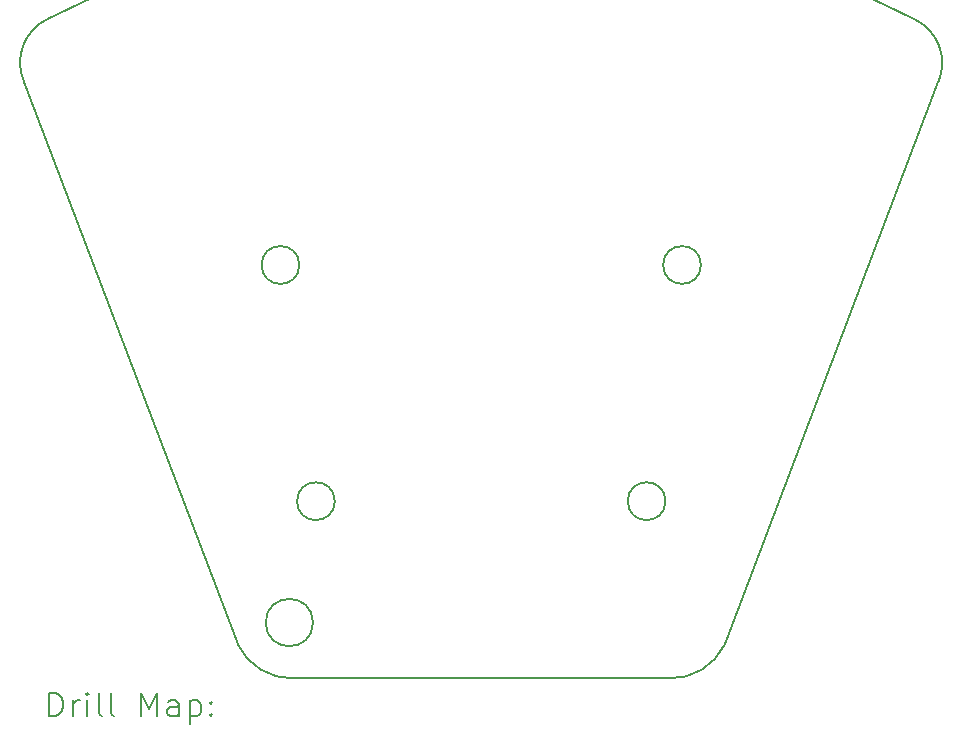
<source format=gbr>
%TF.GenerationSoftware,KiCad,Pcbnew,6.0.11-2627ca5db0~126~ubuntu20.04.1*%
%TF.CreationDate,2025-11-03T09:49:47+01:00*%
%TF.ProjectId,attiny85_catch_me_bcl-2,61747469-6e79-4383-955f-63617463685f,1.0*%
%TF.SameCoordinates,Original*%
%TF.FileFunction,Drillmap*%
%TF.FilePolarity,Positive*%
%FSLAX45Y45*%
G04 Gerber Fmt 4.5, Leading zero omitted, Abs format (unit mm)*
G04 Created by KiCad (PCBNEW 6.0.11-2627ca5db0~126~ubuntu20.04.1) date 2025-11-03 09:49:47*
%MOMM*%
%LPD*%
G01*
G04 APERTURE LIST*
%ADD10C,0.200000*%
G04 APERTURE END LIST*
D10*
X8960000Y-9400000D02*
G75*
G03*
X8960000Y-9400000I-160000J0D01*
G01*
X8912400Y-12900000D02*
X12087600Y-12900000D01*
X12360000Y-9400000D02*
G75*
G03*
X12360000Y-9400000I-160000J0D01*
G01*
X6629400Y-7851681D02*
X8437715Y-12611643D01*
X9075000Y-12427500D02*
G75*
G03*
X9075000Y-12427500I-200000J0D01*
G01*
X6832600Y-7315200D02*
G75*
G03*
X6629400Y-7851681I171031J-371503D01*
G01*
X8437716Y-12611643D02*
G75*
G03*
X8912400Y-12900000I459884J222163D01*
G01*
X9260000Y-11400000D02*
G75*
G03*
X9260000Y-11400000I-160000J0D01*
G01*
X12060000Y-11400000D02*
G75*
G03*
X12060000Y-11400000I-160000J0D01*
G01*
X14166701Y-7318280D02*
G75*
G03*
X6832600Y-7315200I-3670033J-7099763D01*
G01*
X12087600Y-12899994D02*
G75*
G03*
X12562285Y-12611643I15950J508634D01*
G01*
X12562285Y-12611643D02*
X14369901Y-7851681D01*
X14369904Y-7851682D02*
G75*
G03*
X14166701Y-7318281I-377954J161422D01*
G01*
X6842268Y-13220720D02*
X6842268Y-13020720D01*
X6889887Y-13020720D01*
X6918458Y-13030244D01*
X6937506Y-13049291D01*
X6947030Y-13068339D01*
X6956553Y-13106434D01*
X6956553Y-13135006D01*
X6947030Y-13173101D01*
X6937506Y-13192148D01*
X6918458Y-13211196D01*
X6889887Y-13220720D01*
X6842268Y-13220720D01*
X7042268Y-13220720D02*
X7042268Y-13087387D01*
X7042268Y-13125482D02*
X7051792Y-13106434D01*
X7061315Y-13096910D01*
X7080363Y-13087387D01*
X7099411Y-13087387D01*
X7166077Y-13220720D02*
X7166077Y-13087387D01*
X7166077Y-13020720D02*
X7156553Y-13030244D01*
X7166077Y-13039768D01*
X7175601Y-13030244D01*
X7166077Y-13020720D01*
X7166077Y-13039768D01*
X7289887Y-13220720D02*
X7270839Y-13211196D01*
X7261315Y-13192148D01*
X7261315Y-13020720D01*
X7394649Y-13220720D02*
X7375601Y-13211196D01*
X7366077Y-13192148D01*
X7366077Y-13020720D01*
X7623220Y-13220720D02*
X7623220Y-13020720D01*
X7689887Y-13163577D01*
X7756553Y-13020720D01*
X7756553Y-13220720D01*
X7937506Y-13220720D02*
X7937506Y-13115958D01*
X7927982Y-13096910D01*
X7908934Y-13087387D01*
X7870839Y-13087387D01*
X7851792Y-13096910D01*
X7937506Y-13211196D02*
X7918458Y-13220720D01*
X7870839Y-13220720D01*
X7851792Y-13211196D01*
X7842268Y-13192148D01*
X7842268Y-13173101D01*
X7851792Y-13154053D01*
X7870839Y-13144529D01*
X7918458Y-13144529D01*
X7937506Y-13135006D01*
X8032744Y-13087387D02*
X8032744Y-13287387D01*
X8032744Y-13096910D02*
X8051792Y-13087387D01*
X8089887Y-13087387D01*
X8108934Y-13096910D01*
X8118458Y-13106434D01*
X8127982Y-13125482D01*
X8127982Y-13182625D01*
X8118458Y-13201672D01*
X8108934Y-13211196D01*
X8089887Y-13220720D01*
X8051792Y-13220720D01*
X8032744Y-13211196D01*
X8213696Y-13201672D02*
X8223220Y-13211196D01*
X8213696Y-13220720D01*
X8204173Y-13211196D01*
X8213696Y-13201672D01*
X8213696Y-13220720D01*
X8213696Y-13096910D02*
X8223220Y-13106434D01*
X8213696Y-13115958D01*
X8204173Y-13106434D01*
X8213696Y-13096910D01*
X8213696Y-13115958D01*
M02*

</source>
